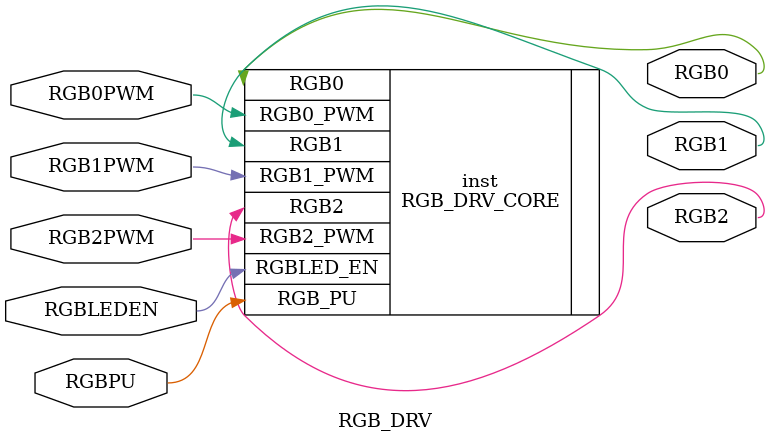
<source format=v>
`timescale 1ps/1ps
module RGB_DRV (RGBLEDEN,RGB0PWM, RGB1PWM ,RGB2PWM, RGBPU, RGB0, RGB1, RGB2 );
input  RGBLEDEN,RGB0PWM, RGB1PWM ,RGB2PWM, RGBPU;
output   RGB0, RGB1, RGB2; 
parameter RGB0_CURRENT = "0b000000";
parameter RGB1_CURRENT = "0b000000";
parameter RGB2_CURRENT = "0b000000";
parameter FABRIC_TRIME = "DISABLE";
RGB_DRV_CORE inst (.RGBLED_EN(RGBLEDEN ),.RGB0_PWM( RGB0PWM), .RGB1_PWM (RGB1PWM ),.RGB2_PWM(RGB2PWM ), .RGB_PU( RGBPU), .RGB0( RGB0), .RGB1( RGB1), .RGB2(RGB2));
defparam inst.RGB0_CURRENT= RGB0_CURRENT;
defparam inst.RGB1_CURRENT= RGB1_CURRENT;
defparam inst.RGB2_CURRENT= RGB2_CURRENT;	


endmodule

</source>
